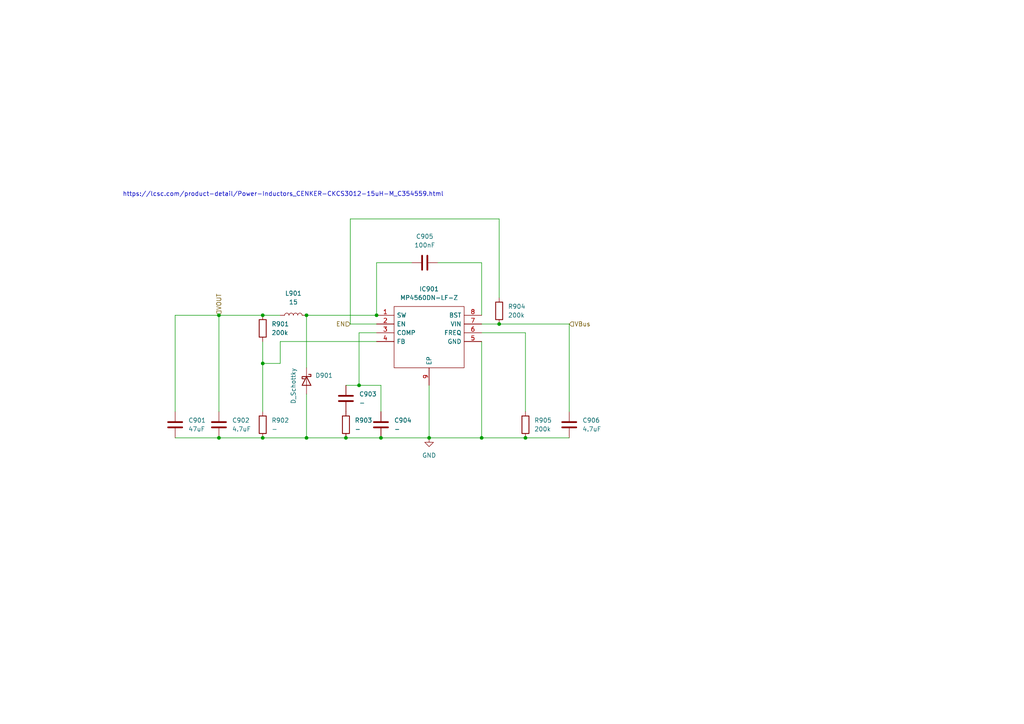
<source format=kicad_sch>
(kicad_sch (version 20211123) (generator eeschema)
  (paper "A4")
  (lib_symbols
    (symbol "Device:C" (pin_numbers hide) (pin_names (offset 0.254))
      (property "Reference" "C" (at 0.635 2.54 0))
      (property "Value" "C" (at 0.635 -2.54 0))
      (symbol "C_0_1"
        (polyline (pts (xy -2.032 -0.762) (xy 2.032 -0.762)) (stroke (width 0.508)))
        (polyline (pts (xy -2.032 0.762) (xy 2.032 0.762)) (stroke (width 0.508)))
      )
      (symbol "C_1_1"
        (pin passive line (at 0 3.81 270) (length 2.794) (name "~") (number "1"))
        (pin passive line (at 0 -3.81 90) (length 2.794) (name "~") (number "2"))
      )
    )
    (symbol "Device:D_Schottky" (pin_numbers hide) (pin_names (offset 1.016) hide)
      (property "Reference" "D" (at 0 2.54 0))
      (property "Value" "D_Schottky" (at 0 -2.54 0))
      (symbol "D_Schottky_0_1"
        (polyline (pts (xy 1.27 0) (xy -1.27 0)))
        (polyline (pts (xy 1.27 1.27) (xy 1.27 -1.27) (xy -1.27 0) (xy 1.27 1.27)) (stroke (width 0.254)))
        (polyline (pts (xy -1.905 0.635) (xy -1.905 1.27) (xy -1.27 1.27) (xy -1.27 -1.27) (xy -0.635 -1.27) (xy -0.635 -0.635)) (stroke (width 0.254)))
      )
      (symbol "D_Schottky_1_1"
        (pin passive line (at -3.81 0 0) (length 2.54) (name "K") (number "1"))
        (pin passive line (at 3.81 0 180) (length 2.54) (name "A") (number "2"))
      )
    )
    (symbol "Device:L" (pin_numbers hide) (pin_names (offset 1.016) hide)
      (property "Reference" "L" (at -1.27 0 90))
      (property "Value" "L" (at 1.905 0 90))
      (symbol "L_0_1"
        (arc (start 0 -2.54) (mid 0.635 -1.905) (end 0 -1.27))
        (arc (start 0 -1.27) (mid 0.635 -0.635) (end 0 0))
        (arc (start 0 0) (mid 0.635 0.635) (end 0 1.27))
        (arc (start 0 1.27) (mid 0.635 1.905) (end 0 2.54))
      )
      (symbol "L_1_1"
        (pin passive line (at 0 3.81 270) (length 1.27) (name "1") (number "1"))
        (pin passive line (at 0 -3.81 90) (length 1.27) (name "2") (number "2"))
      )
    )
    (symbol "Device:R" (pin_numbers hide) (pin_names (offset 0))
      (property "Reference" "R" (at 2.032 0 90))
      (property "Value" "R" (at 0 0 90))
      (symbol "R_0_1"
        (rectangle (start -1.016 -2.54) (end 1.016 2.54) (stroke (width 0.254)))
      )
      (symbol "R_1_1"
        (pin passive line (at 0 3.81 270) (length 1.27) (name "~") (number "1"))
        (pin passive line (at 0 -3.81 90) (length 1.27) (name "~") (number "2"))
      )
    )
    (symbol "MP4560DN-LF-Z:MP4560DN-LF-Z" (pin_names (offset 0.762))
      (property "Reference" "IC" (at 26.67 7.62 0))
      (property "Value" "MP4560DN-LF-Z" (at 26.67 5.08 0))
      (symbol "MP4560DN-LF-Z_0_0"
        (pin passive line (at 0 0 0) (length 5.08) (name "SW") (number "1"))
        (pin passive line (at 0 -2.54 0) (length 5.08) (name "EN") (number "2"))
        (pin passive line (at 0 -5.08 0) (length 5.08) (name "COMP") (number "3"))
        (pin passive line (at 0 -7.62 0) (length 5.08) (name "FB") (number "4"))
        (pin passive line (at 30.48 -7.62 180) (length 5.08) (name "GND") (number "5"))
        (pin passive line (at 30.48 -5.08 180) (length 5.08) (name "FREQ") (number "6"))
        (pin passive line (at 30.48 -2.54 180) (length 5.08) (name "VIN") (number "7"))
        (pin passive line (at 30.48 0 180) (length 5.08) (name "BST") (number "8"))
        (pin passive line (at 15.24 -20.32 90) (length 5.08) (name "EP") (number "9"))
      )
      (symbol "MP4560DN-LF-Z_0_1"
        (polyline (pts (xy 5.08 2.54) (xy 25.4 2.54) (xy 25.4 -15.24) (xy 5.08 -15.24) (xy 5.08 2.54)) (stroke (width 0.1524)))
      )
    )
    (symbol "power:GND" (power) (pin_names (offset 0))
      (property "Value" "GND" (at 0 -3.81 0))
      (symbol "GND_0_1"
        (polyline (pts (xy 0 0) (xy 0 -1.27) (xy 1.27 -1.27) (xy 0 -2.54) (xy -1.27 -1.27) (xy 0 -1.27)))
      )
      (symbol "GND_1_1"
        (pin power_in line (at 0 0 270) (length 0) hide (name "GND") (number "1"))
      )
    )
  )
  (junction (at 109.22 91.44))
  (junction (at 88.9 91.44))
  (junction (at 144.78 93.98))
  (junction (at 63.5 91.44))
  (junction (at 76.2 105.41))
  (junction (at 152.4 127))
  (junction (at 104.14 111.76))
  (junction (at 110.49 127))
  (junction (at 139.7 127))
  (junction (at 88.9 127))
  (junction (at 76.2 127))
  (junction (at 124.46 127))
  (junction (at 63.5 127))
  (junction (at 76.2 91.44))
  (junction (at 100.33 127))
  (wire (pts (xy 144.78 93.98) (xy 139.7 93.98)))
  (wire (pts (xy 109.22 99.06) (xy 81.28 99.06)))
  (wire (pts (xy 165.1 119.38) (xy 165.1 93.98)))
  (wire (pts (xy 50.8 119.38) (xy 50.8 91.44)))
  (wire (pts (xy 152.4 127) (xy 165.1 127)))
  (wire (pts (xy 127 76.2) (xy 139.7 76.2)))
  (wire (pts (xy 109.22 91.44) (xy 88.9 91.44)))
  (wire (pts (xy 139.7 96.52) (xy 152.4 96.52)))
  (wire (pts (xy 76.2 99.06) (xy 76.2 105.41)))
  (wire (pts (xy 76.2 127) (xy 88.9 127)))
  (wire (pts (xy 63.5 91.44) (xy 76.2 91.44)))
  (wire (pts (xy 50.8 91.44) (xy 63.5 91.44)))
  (wire (pts (xy 88.9 91.44) (xy 88.9 106.68)))
  (wire (pts (xy 101.6 93.98) (xy 109.22 93.98)))
  (wire (pts (xy 165.1 93.98) (xy 144.78 93.98)))
  (wire (pts (xy 76.2 91.44) (xy 81.28 91.44)))
  (wire (pts (xy 109.22 96.52) (xy 104.14 96.52)))
  (wire (pts (xy 144.78 63.5) (xy 101.6 63.5)))
  (wire (pts (xy 110.49 111.76) (xy 104.14 111.76)))
  (wire (pts (xy 88.9 114.3) (xy 88.9 127)))
  (wire (pts (xy 88.9 127) (xy 100.33 127)))
  (wire (pts (xy 104.14 96.52) (xy 104.14 111.76)))
  (wire (pts (xy 50.8 127) (xy 63.5 127)))
  (wire (pts (xy 139.7 99.06) (xy 139.7 127)))
  (wire (pts (xy 119.38 76.2) (xy 109.22 76.2)))
  (wire (pts (xy 109.22 76.2) (xy 109.22 91.44)))
  (wire (pts (xy 63.5 91.44) (xy 63.5 119.38)))
  (wire (pts (xy 76.2 105.41) (xy 76.2 119.38)))
  (wire (pts (xy 63.5 127) (xy 76.2 127)))
  (wire (pts (xy 101.6 63.5) (xy 101.6 93.98)))
  (wire (pts (xy 124.46 127) (xy 139.7 127)))
  (wire (pts (xy 139.7 127) (xy 152.4 127)))
  (wire (pts (xy 81.28 99.06) (xy 81.28 105.41)))
  (wire (pts (xy 124.46 111.76) (xy 124.46 127)))
  (wire (pts (xy 144.78 86.36) (xy 144.78 63.5)))
  (wire (pts (xy 110.49 127) (xy 124.46 127)))
  (wire (pts (xy 100.33 127) (xy 110.49 127)))
  (wire (pts (xy 152.4 96.52) (xy 152.4 119.38)))
  (wire (pts (xy 104.14 111.76) (xy 100.33 111.76)))
  (wire (pts (xy 110.49 119.38) (xy 110.49 111.76)))
  (wire (pts (xy 139.7 76.2) (xy 139.7 91.44)))
  (wire (pts (xy 81.28 105.41) (xy 76.2 105.41)))
  (text "https://lcsc.com/product-detail/Power-Inductors_CENKER-CKCS3012-15uH-M_C354559.html" (at 35.56 57.15 0) (effects (font (size 1.27 1.27)) (justify left bottom)))
  (hierarchical_label "EN" (shape input) (at 101.6 93.98 180))
  (hierarchical_label "VOUT" (shape input) (at 63.5 91.44 90))
  (hierarchical_label "VBus" (shape input) (at 165.1 93.98 0))
  (symbol (lib_id "Device:R") (at 144.78 90.17 0) (unit 1)
    (property "Reference" "R904" (at 147.32 88.8999 0) (effects (justify left)))
    (property "Value" "200k" (at 147.32 91.4399 0) (effects (justify left)))
    (property "Footprint" "Resistor_SMD:R_0603_1608Metric" (effects hide))
  )
  (symbol (lib_id "Device:C") (at 165.1 123.19 180) (unit 1)
    (property "Reference" "C906" (at 168.91 121.9199 0) (effects (justify right)))
    (property "Value" "4.7uF" (at 168.91 124.4599 0) (effects (justify right)))
    (property "Footprint" "Capacitor_SMD:C_0603_1608Metric" (effects hide))
  )
  (symbol (lib_id "Device:D_Schottky") (at 88.9 110.49 270) (unit 1)
    (property "Reference" "D901" (at 91.44 108.9024 90) (effects (justify left)))
    (property "Value" "D_Schottky" (at 85.09 106.68 0) (effects (justify left)))
    (property "Footprint" "Diode_SMD:D_SOD-323" (effects hide))
  )
  (symbol (lib_id "Device:C") (at 63.5 123.19 180) (unit 1)
    (property "Reference" "C902" (at 67.31 121.9199 0) (effects (justify right)))
    (property "Value" "4.7uF" (at 67.31 124.4599 0) (effects (justify right)))
    (property "Footprint" "Capacitor_SMD:C_0603_1608Metric" (effects hide))
  )
  (symbol (lib_id "MP4560DN-LF-Z:MP4560DN-LF-Z") (at 109.22 91.44 0) (unit 1)
    (property "Reference" "IC901" (at 124.46 83.82 0))
    (property "Value" "MP4560DN-LF-Z" (at 124.46 86.36 0))
    (property "Footprint" "MP4560DN:SOIC127P600X170-9N" (effects hide))
    (property "Datasheet" "https://datasheet.datasheetarchive.com/originals/distributors/Datasheets_SAMA/918e057597c00e71c89a277c8f0492da.pdf" (effects hide))
    (property "Description" "Switching Voltage Regulators 2A, 2MHz, 55V Step-Down Converter" (effects hide))
    (property "Height" "1.7" (effects hide))
    (property "Manufacturer_Name" "Monolithic Power Systems (MPS)" (effects hide))
    (property "Manufacturer_Part_Number" "MP4560DN-LF-Z" (effects hide))
    (property "Mouser Part Number" "946-MP4560DNLFZ" (effects hide))
    (property "Mouser Price/Stock" "https://www.mouser.co.uk/ProductDetail/Monolithic-Power-Systems-MPS/MP4560DN-LF-Z?qs=rC7bBWoQAAl4zaNyZCdtpw%3D%3D" (effects hide))
  )
  (symbol (lib_id "Device:C") (at 100.33 115.57 180) (unit 1)
    (property "Reference" "C903" (at 104.14 114.2999 0) (effects (justify right)))
    (property "Value" "-" (at 104.14 116.8399 0) (effects (justify right)))
    (property "Footprint" "Capacitor_SMD:C_0603_1608Metric" (effects hide))
  )
  (symbol (lib_id "Device:C") (at 123.19 76.2 90) (unit 1)
    (property "Reference" "C905" (at 123.19 68.58 90))
    (property "Value" "100nF" (at 123.19 71.12 90))
    (property "Footprint" "Capacitor_SMD:C_0603_1608Metric" (effects hide))
  )
  (symbol (lib_id "Device:C") (at 50.8 123.19 180) (unit 1)
    (property "Reference" "C901" (at 54.61 121.9199 0) (effects (justify right)))
    (property "Value" "47uF" (at 54.61 124.4599 0) (effects (justify right)))
    (property "Footprint" "Capacitor_SMD:C_0603_1608Metric" (effects hide))
  )
  (symbol (lib_id "Device:R") (at 76.2 123.19 0) (unit 1)
    (property "Reference" "R902" (at 78.74 121.9199 0) (effects (justify left)))
    (property "Value" "-" (at 78.74 124.4599 0) (effects (justify left)))
    (property "Footprint" "Resistor_SMD:R_0603_1608Metric" (effects hide))
  )
  (symbol (lib_id "Device:R") (at 152.4 123.19 0) (unit 1)
    (property "Reference" "R905" (at 154.94 121.9199 0) (effects (justify left)))
    (property "Value" "200k" (at 154.94 124.4599 0) (effects (justify left)))
    (property "Footprint" "Resistor_SMD:R_0603_1608Metric" (effects hide))
  )
  (symbol (lib_id "Device:R") (at 76.2 95.25 0) (unit 1)
    (property "Reference" "R901" (at 78.74 93.9799 0) (effects (justify left)))
    (property "Value" "200k" (at 78.74 96.5199 0) (effects (justify left)))
    (property "Footprint" "Resistor_SMD:R_0603_1608Metric" (effects hide))
  )
  (symbol (lib_id "Device:R") (at 100.33 123.19 0) (unit 1)
    (property "Reference" "R903" (at 102.87 121.9199 0) (effects (justify left)))
    (property "Value" "-" (at 102.87 124.4599 0) (effects (justify left)))
    (property "Footprint" "Resistor_SMD:R_0603_1608Metric" (effects hide))
  )
  (symbol (lib_id "Device:L") (at 85.09 91.44 90) (unit 1)
    (property "Reference" "L901" (at 85.09 85.09 90))
    (property "Value" "15" (at 85.09 87.63 90))
    (property "Footprint" "Inductor_SMD:L_Wuerth_MAPI-3010" (effects hide))
  )
  (symbol (lib_id "Device:C") (at 110.49 123.19 180) (unit 1)
    (property "Reference" "C904" (at 114.3 121.9199 0) (effects (justify right)))
    (property "Value" "-" (at 114.3 124.4599 0) (effects (justify right)))
    (property "Footprint" "Capacitor_SMD:C_0603_1608Metric" (effects hide))
  )
  (symbol (lib_id "power:GND") (at 124.46 127 0) (unit 1)
    (property "Reference" "#PWR0155" (effects hide))
    (property "Value" "GND" (at 124.46 132.08 0))
  )
)
</source>
